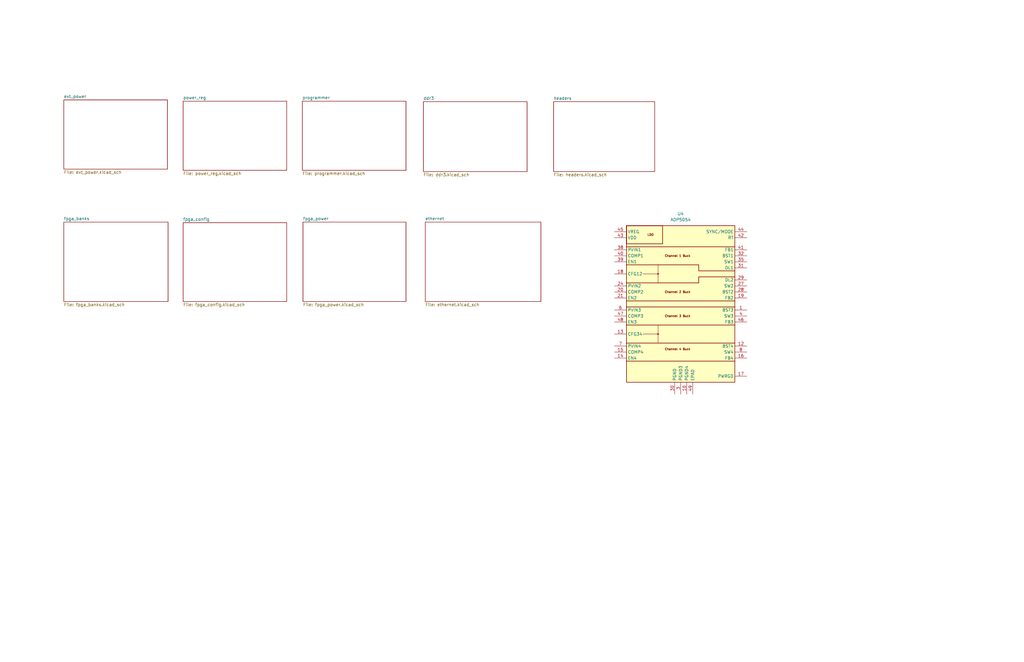
<source format=kicad_sch>
(kicad_sch (version 20250114) (generator "eeschema") (generator_version "9.0")
  (paper "USLedger")
  (lib_symbols
    (symbol "Regulator_Switching:ADP5054"
      (property "Reference" "U" (at -20.32 24.13 0))
      (property "Value" "ADP5054" (at 22.86 24.13 0))
      (symbol "ADP5054_0_0"
        (polyline (pts (xy -22.86 6.35) (xy 7.62 6.35) (xy 7.62 3.81) (xy 22.86 3.81)) (stroke (width 0.254)))
        (polyline (pts (xy -22.86 -19.05) (xy 22.86 -19.05)) (stroke (width 0.254)))
        (polyline (pts (xy -22.86 -34.29) (xy 22.86 -34.29)) (stroke (width 0.254)))
        (polyline (pts (xy -15.875 2.54) (xy -9.525 2.54) (xy -9.525 -1.27)))
        (polyline (pts (xy -15.875 -22.86) (xy -9.525 -22.86) (xy -9.525 -26.67)))
        (circle (center -9.525 2.54) (radius 0.254) (fill (type outline)))
        (polyline (pts (xy -9.525 2.54) (xy -9.525 6.35)))
        (circle (center -9.525 -22.86) (radius 0.254) (fill (type outline)))
        (polyline (pts (xy -9.525 -22.86) (xy -9.525 -19.05)))
        (polyline (pts (xy 22.86 1.27) (xy 7.62 1.27) (xy 7.62 -1.27) (xy -22.86 -1.27)) (stroke (width 0.254)))
        (polyline (pts (xy 22.86 -26.67) (xy -22.86 -26.67)) (stroke (width 0.254)))
        (text "LDO" (at -12.7 19.05 0) (effects (font (size 0.889 0.889) (bold yes))))
        (text "Channel 1 Buck" (at -1.27 10.16 0) (effects (font (size 0.889 0.889) (bold yes))))
        (text "Channel 2 Buck" (at -1.27 -5.08 0) (effects (font (size 0.889 0.889) (bold yes))))
        (text "Channel 3 Buck" (at -1.27 -15.24 0) (effects (font (size 0.889 0.889) (bold yes))))
        (text "Channel 4 Buck" (at -1.27 -29.21 0) (effects (font (size 0.889 0.889) (bold yes))))
      )
      (symbol "ADP5054_0_1"
        (rectangle (start -22.86 22.86) (end -7.62 15.24) (stroke (width 0.254)))
        (rectangle (start -22.86 16.51) (end -22.86 16.51))
        (polyline (pts (xy -22.86 -8.89) (xy 22.86 -8.89)) (stroke (width 0.254)))
        (polyline (pts (xy 22.86 13.97) (xy -22.86 13.97)) (stroke (width 0.254)))
        (polyline (pts (xy 22.86 -11.43) (xy -22.86 -11.43)) (stroke (width 0.254)))
      )
      (symbol "ADP5054_1_1"
        (rectangle (start -22.86 22.86) (end 22.86 -43.18) (stroke (width 0.254)) (fill (type background)))
        (pin power_out line (at -27.94 20.32 0) (length 5.08) (name "VREG") (number "45"))
        (pin power_out line (at -27.94 17.78 0) (length 5.08) (name "VDD") (number "43"))
        (pin passive line (at -27.94 12.7 0) (length 5.08) (hide yes) (name "PVIN1") (number "36"))
        (pin passive line (at -27.94 12.7 0) (length 5.08) (hide yes) (name "PVIN1") (number "37"))
        (pin power_in line (at -27.94 12.7 0) (length 5.08) (name "PVIN1") (number "38"))
        (pin unspecified line (at -27.94 10.16 0) (length 5.08) (name "COMP1") (number "40"))
        (pin input line (at -27.94 7.62 0) (length 5.08) (name "EN1") (number "39"))
        (pin input line (at -27.94 2.54 0) (length 5.08) (name "CFG12") (number "18"))
        (pin passive line (at -27.94 -2.54 0) (length 5.08) (hide yes) (name "PVIN2") (number "22"))
        (pin passive line (at -27.94 -2.54 0) (length 5.08) (hide yes) (name "PVIN2") (number "23"))
        (pin power_in line (at -27.94 -2.54 0) (length 5.08) (name "PVIN2") (number "24"))
        (pin unspecified line (at -27.94 -5.08 0) (length 5.08) (name "COMP2") (number "20"))
        (pin input line (at -27.94 -7.62 0) (length 5.08) (name "EN2") (number "21"))
        (pin power_in line (at -27.94 -12.7 0) (length 5.08) (name "PVIN3") (number "6"))
        (pin unspecified line (at -27.94 -15.24 0) (length 5.08) (name "COMP3") (number "47"))
        (pin input line (at -27.94 -17.78 0) (length 5.08) (name "EN3") (number "48"))
        (pin input line (at -27.94 -22.86 0) (length 5.08) (name "CFG34") (number "13"))
        (pin power_in line (at -27.94 -27.94 0) (length 5.08) (name "PVIN4") (number "7"))
        (pin unspecified line (at -27.94 -30.48 0) (length 5.08) (name "COMP4") (number "15"))
        (pin input line (at -27.94 -33.02 0) (length 5.08) (name "EN4") (number "14"))
        (pin power_in line (at -2.54 -48.26 90) (length 5.08) (name "PGND") (number "30"))
        (pin passive line (at 0 -48.26 90) (length 5.08) (hide yes) (name "PGND3") (number "2"))
        (pin power_in line (at 0 -48.26 90) (length 5.08) (name "PGND3") (number "3"))
        (pin power_in line (at 2.54 -48.26 90) (length 5.08) (name "PGND4") (number "10"))
        (pin passive line (at 2.54 -48.26 90) (length 5.08) (hide yes) (name "PGND4") (number "11"))
        (pin power_in line (at 5.08 -48.26 90) (length 5.08) (name "EPAD") (number "49"))
        (pin unspecified line (at 27.94 20.32 180) (length 5.08) (name "SYNC/MODE") (number "44"))
        (pin unspecified line (at 27.94 17.78 180) (length 5.08) (name "RT") (number "42"))
        (pin input line (at 27.94 12.7 180) (length 5.08) (name "FB1") (number "41"))
        (pin power_in line (at 27.94 10.16 180) (length 5.08) (name "BST1") (number "32"))
        (pin passive line (at 27.94 7.62 180) (length 5.08) (hide yes) (name "SW1") (number "33"))
        (pin passive line (at 27.94 7.62 180) (length 5.08) (hide yes) (name "SW1") (number "34"))
        (pin power_out line (at 27.94 7.62 180) (length 5.08) (name "SW1") (number "35"))
        (pin output line (at 27.94 5.08 180) (length 5.08) (name "DL1") (number "31"))
        (pin output line (at 27.94 0 180) (length 5.08) (name "DL2") (number "29"))
        (pin passive line (at 27.94 -2.54 180) (length 5.08) (hide yes) (name "SW2") (number "25"))
        (pin passive line (at 27.94 -2.54 180) (length 5.08) (hide yes) (name "SW2") (number "26"))
        (pin power_out line (at 27.94 -2.54 180) (length 5.08) (name "SW2") (number "27"))
        (pin power_in line (at 27.94 -5.08 180) (length 5.08) (name "BST2") (number "28"))
        (pin input line (at 27.94 -7.62 180) (length 5.08) (name "FB2") (number "19"))
        (pin power_in line (at 27.94 -12.7 180) (length 5.08) (name "BST3") (number "1"))
        (pin power_out line (at 27.94 -15.24 180) (length 5.08) (name "SW3") (number "4"))
        (pin passive line (at 27.94 -15.24 180) (length 5.08) (hide yes) (name "SW3") (number "5"))
        (pin input line (at 27.94 -17.78 180) (length 5.08) (name "FB3") (number "46"))
        (pin power_in line (at 27.94 -27.94 180) (length 5.08) (name "BST4") (number "12"))
        (pin power_out line (at 27.94 -30.48 180) (length 5.08) (name "SW4") (number "8"))
        (pin passive line (at 27.94 -30.48 180) (length 5.08) (hide yes) (name "SW4") (number "9"))
        (pin input line (at 27.94 -33.02 180) (length 5.08) (name "FB4") (number "16"))
        (pin open_collector line (at 27.94 -40.64 180) (length 5.08) (name "PWRGD") (number "17"))
      )
    )
  )
  (symbol (lib_id "Regulator_Switching:ADP5054") (at 287.02 118.11 0) (unit 1)
    (property "Reference" "U4" (at 287.02 90.17 0))
    (property "Value" "ADP5054" (at 287.02 92.71 0))
    (property "Footprint" "Package_DFN_QFN:QFN-48-1EP_7x7mm_P0.5mm_EP5.15x5.15mm" (effects (hide yes)))
    (property "Datasheet" "https://www.analog.com/media/en/technical-documentation/data-sheets/ADP5054.pdf" (effects (hide yes)))
    (property "Description" "250kHz to 2MHz, 6A/6A/2A/2A Quad Buck Regulator, -40 to +125C, QFN-48" (effects (hide yes)))
  )
  (sheet (at 77.216 42.672) (size 43.688 29.21) (stroke (width 0.1524))
    (property "Sheetname" "power_reg" (at 77.216 41.9604 0) (effects (justify left bottom)))
    (property "Sheetfile" "power_reg.kicad_sch" (at 77.216 72.4666 0) (effects (justify left top)))
  )
  (sheet (at 179.324 93.726) (size 48.768 33.528) (stroke (width 0.1524))
    (property "Sheetname" "ethernet" (at 179.324 93.0144 0) (effects (justify left bottom)))
    (property "Sheetfile" "ethernet.kicad_sch" (at 179.324 127.8386 0) (effects (justify left top)))
  )
  (sheet (at 26.924 93.726) (size 43.942 33.528) (stroke (width 0.1524))
    (property "Sheetname" "fpga_banks" (at 26.924 93.0144 0) (effects (justify left bottom)))
    (property "Sheetfile" "fpga_banks.kicad_sch" (at 26.924 127.8386 0) (effects (justify left top)))
  )
  (sheet (at 26.924 42.164) (size 43.688 29.21) (stroke (width 0.1524))
    (property "Sheetname" "ext_power" (at 26.924 41.4524 0) (effects (justify left bottom)))
    (property "Sheetfile" "ext_power.kicad_sch" (at 26.924 71.9586 0) (effects (justify left top)))
  )
  (sheet (at 127.762 93.726) (size 43.434 33.528) (stroke (width 0.1524))
    (property "Sheetname" "fpga_power" (at 127.762 93.0144 0) (effects (justify left bottom)))
    (property "Sheetfile" "fpga_power.kicad_sch" (at 127.762 127.8386 0) (effects (justify left top)))
  )
  (sheet (at 178.562 42.926) (size 43.688 29.464) (stroke (width 0.1524))
    (property "Sheetname" "ddr3" (at 178.562 42.2144 0) (effects (justify left bottom)))
    (property "Sheetfile" "ddr3.kicad_sch" (at 178.562 72.9746 0) (effects (justify left top)))
  )
  (sheet (at 233.426 42.926) (size 42.672 29.464) (stroke (width 0.1524))
    (property "Sheetname" "headers" (at 233.426 42.2144 0) (effects (justify left bottom)))
    (property "Sheetfile" "headers.kicad_sch" (at 233.426 72.9746 0) (effects (justify left top)))
  )
  (sheet (at 127.508 42.672) (size 43.688 29.21) (stroke (width 0.1524))
    (property "Sheetname" "programmer" (at 127.508 41.9604 0) (effects (justify left bottom)))
    (property "Sheetfile" "programmer.kicad_sch" (at 127.508 72.4666 0) (effects (justify left top)))
  )
  (sheet (at 77.216 93.98) (size 43.688 33.274) (stroke (width 0.1524))
    (property "Sheetname" "fpga_config" (at 77.216 93.2684 0) (effects (justify left bottom)))
    (property "Sheetfile" "fpga_config.kicad_sch" (at 77.216 127.8386 0) (effects (justify left top)))
  )
)
</source>
